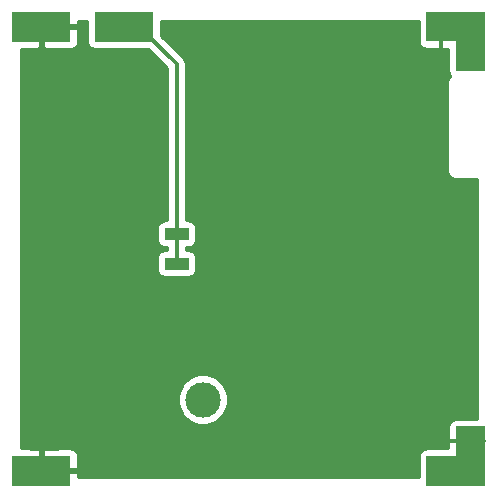
<source format=gbr>
G04 #@! TF.GenerationSoftware,KiCad,Pcbnew,(5.1.4)-1*
G04 #@! TF.CreationDate,2019-10-10T18:56:39+02:00*
G04 #@! TF.ProjectId,SideLeft,53696465-4c65-4667-942e-6b696361645f,rev?*
G04 #@! TF.SameCoordinates,Original*
G04 #@! TF.FileFunction,Copper,L1,Top*
G04 #@! TF.FilePolarity,Positive*
%FSLAX46Y46*%
G04 Gerber Fmt 4.6, Leading zero omitted, Abs format (unit mm)*
G04 Created by KiCad (PCBNEW (5.1.4)-1) date 2019-10-10 18:56:39*
%MOMM*%
%LPD*%
G04 APERTURE LIST*
%ADD10R,2.000000X1.000000*%
%ADD11C,3.000000*%
%ADD12R,5.000000X2.500000*%
%ADD13C,2.500000*%
%ADD14C,0.100000*%
%ADD15C,0.800000*%
%ADD16C,0.300000*%
%ADD17C,0.254000*%
G04 APERTURE END LIST*
D10*
X188890000Y-96260000D03*
X188890000Y-93740000D03*
D11*
X191120000Y-107770000D03*
D12*
X177450000Y-113800000D03*
X177450000Y-76200000D03*
D13*
X213800000Y-111300000D03*
D14*
G36*
X210050000Y-115050000D02*
G01*
X210050000Y-112550000D01*
X212550000Y-112550000D01*
X212550000Y-110050000D01*
X215050000Y-110050000D01*
X215050000Y-115050000D01*
X210050000Y-115050000D01*
X210050000Y-115050000D01*
G37*
D13*
X211300000Y-76200000D03*
D14*
G36*
X215050000Y-79950000D02*
G01*
X212550000Y-79950000D01*
X212550000Y-77450000D01*
X210050000Y-77450000D01*
X210050000Y-74950000D01*
X215050000Y-74950000D01*
X215050000Y-79950000D01*
X215050000Y-79950000D01*
G37*
D12*
X184450000Y-76200000D03*
D15*
X188890000Y-93740000D03*
X188890000Y-96260000D03*
X177450000Y-76200000D03*
X177450000Y-113800000D03*
X211300000Y-76200000D03*
X213800000Y-78700000D03*
X211300000Y-113800000D03*
X213800000Y-111300000D03*
D16*
X188900000Y-93740000D02*
X188900000Y-79390000D01*
X185700000Y-76200000D02*
X184450000Y-76200000D01*
X188900000Y-79390000D02*
X185710000Y-76200000D01*
X188890000Y-96260000D02*
X188890000Y-93740000D01*
X211300000Y-76200000D02*
X211300000Y-77550000D01*
X211300000Y-77550000D02*
X211300000Y-78630000D01*
X213800000Y-111300000D02*
X211300000Y-111300000D01*
D17*
G36*
X181311928Y-77450000D02*
G01*
X181324188Y-77574482D01*
X181360498Y-77694180D01*
X181419463Y-77804494D01*
X181498815Y-77901185D01*
X181595506Y-77980537D01*
X181705820Y-78039502D01*
X181825518Y-78075812D01*
X181950000Y-78088072D01*
X186487915Y-78088072D01*
X188115001Y-79715159D01*
X188115000Y-92601928D01*
X187890000Y-92601928D01*
X187765518Y-92614188D01*
X187645820Y-92650498D01*
X187535506Y-92709463D01*
X187438815Y-92788815D01*
X187359463Y-92885506D01*
X187300498Y-92995820D01*
X187264188Y-93115518D01*
X187251928Y-93240000D01*
X187251928Y-94240000D01*
X187264188Y-94364482D01*
X187300498Y-94484180D01*
X187359463Y-94594494D01*
X187438815Y-94691185D01*
X187535506Y-94770537D01*
X187645820Y-94829502D01*
X187765518Y-94865812D01*
X187890000Y-94878072D01*
X188105001Y-94878072D01*
X188105000Y-95121928D01*
X187890000Y-95121928D01*
X187765518Y-95134188D01*
X187645820Y-95170498D01*
X187535506Y-95229463D01*
X187438815Y-95308815D01*
X187359463Y-95405506D01*
X187300498Y-95515820D01*
X187264188Y-95635518D01*
X187251928Y-95760000D01*
X187251928Y-96760000D01*
X187264188Y-96884482D01*
X187300498Y-97004180D01*
X187359463Y-97114494D01*
X187438815Y-97211185D01*
X187535506Y-97290537D01*
X187645820Y-97349502D01*
X187765518Y-97385812D01*
X187890000Y-97398072D01*
X189890000Y-97398072D01*
X190014482Y-97385812D01*
X190134180Y-97349502D01*
X190244494Y-97290537D01*
X190341185Y-97211185D01*
X190420537Y-97114494D01*
X190479502Y-97004180D01*
X190515812Y-96884482D01*
X190528072Y-96760000D01*
X190528072Y-95760000D01*
X190515812Y-95635518D01*
X190479502Y-95515820D01*
X190420537Y-95405506D01*
X190341185Y-95308815D01*
X190244494Y-95229463D01*
X190134180Y-95170498D01*
X190014482Y-95134188D01*
X189890000Y-95121928D01*
X189675000Y-95121928D01*
X189675000Y-94878072D01*
X189890000Y-94878072D01*
X190014482Y-94865812D01*
X190134180Y-94829502D01*
X190244494Y-94770537D01*
X190341185Y-94691185D01*
X190420537Y-94594494D01*
X190479502Y-94484180D01*
X190515812Y-94364482D01*
X190528072Y-94240000D01*
X190528072Y-93240000D01*
X190515812Y-93115518D01*
X190479502Y-92995820D01*
X190420537Y-92885506D01*
X190341185Y-92788815D01*
X190244494Y-92709463D01*
X190134180Y-92650498D01*
X190014482Y-92614188D01*
X189890000Y-92601928D01*
X189685000Y-92601928D01*
X189685000Y-79428552D01*
X189688797Y-79389999D01*
X189685000Y-79351446D01*
X189685000Y-79351439D01*
X189673641Y-79236113D01*
X189628754Y-79088140D01*
X189555862Y-78951767D01*
X189457764Y-78832236D01*
X189427816Y-78807658D01*
X187588072Y-76967915D01*
X187588072Y-75685000D01*
X209411928Y-75685000D01*
X209411928Y-77450000D01*
X209424188Y-77574482D01*
X209460498Y-77694180D01*
X209519463Y-77804494D01*
X209598815Y-77901185D01*
X209695506Y-77980537D01*
X209805820Y-78039502D01*
X209925518Y-78075812D01*
X210050000Y-78088072D01*
X211911928Y-78088072D01*
X211911928Y-79950000D01*
X211924188Y-80074482D01*
X211960498Y-80194180D01*
X212019463Y-80304494D01*
X212070330Y-80366476D01*
X212013289Y-80413289D01*
X211927688Y-80517593D01*
X211864081Y-80636594D01*
X211824912Y-80765717D01*
X211811686Y-80900000D01*
X211815000Y-80933647D01*
X211815001Y-88366343D01*
X211811686Y-88400000D01*
X211824912Y-88534283D01*
X211864081Y-88663406D01*
X211927688Y-88782407D01*
X212013289Y-88886711D01*
X212117593Y-88972312D01*
X212236594Y-89035919D01*
X212365717Y-89075088D01*
X212466353Y-89085000D01*
X212500000Y-89088314D01*
X212533647Y-89085000D01*
X214315000Y-89085000D01*
X214315001Y-109411928D01*
X212550000Y-109411928D01*
X212425518Y-109424188D01*
X212305820Y-109460498D01*
X212195506Y-109519463D01*
X212098815Y-109598815D01*
X212019463Y-109695506D01*
X211960498Y-109805820D01*
X211924188Y-109925518D01*
X211911928Y-110050000D01*
X211911928Y-111911928D01*
X210050000Y-111911928D01*
X209925518Y-111924188D01*
X209805820Y-111960498D01*
X209695506Y-112019463D01*
X209598815Y-112098815D01*
X209519463Y-112195506D01*
X209460498Y-112305820D01*
X209424188Y-112425518D01*
X209411928Y-112550000D01*
X209411928Y-114315000D01*
X180585730Y-114315000D01*
X180585000Y-114085750D01*
X180426250Y-113927000D01*
X177577000Y-113927000D01*
X177577000Y-113947000D01*
X177323000Y-113947000D01*
X177323000Y-113927000D01*
X177303000Y-113927000D01*
X177303000Y-113673000D01*
X177323000Y-113673000D01*
X177323000Y-112073750D01*
X177577000Y-112073750D01*
X177577000Y-113673000D01*
X180426250Y-113673000D01*
X180585000Y-113514250D01*
X180588072Y-112550000D01*
X180575812Y-112425518D01*
X180539502Y-112305820D01*
X180480537Y-112195506D01*
X180401185Y-112098815D01*
X180304494Y-112019463D01*
X180194180Y-111960498D01*
X180074482Y-111924188D01*
X179950000Y-111911928D01*
X177735750Y-111915000D01*
X177577000Y-112073750D01*
X177323000Y-112073750D01*
X177164250Y-111915000D01*
X175685000Y-111912948D01*
X175685000Y-107559721D01*
X188985000Y-107559721D01*
X188985000Y-107980279D01*
X189067047Y-108392756D01*
X189227988Y-108781302D01*
X189461637Y-109130983D01*
X189759017Y-109428363D01*
X190108698Y-109662012D01*
X190497244Y-109822953D01*
X190909721Y-109905000D01*
X191330279Y-109905000D01*
X191742756Y-109822953D01*
X192131302Y-109662012D01*
X192480983Y-109428363D01*
X192778363Y-109130983D01*
X193012012Y-108781302D01*
X193172953Y-108392756D01*
X193255000Y-107980279D01*
X193255000Y-107559721D01*
X193172953Y-107147244D01*
X193012012Y-106758698D01*
X192778363Y-106409017D01*
X192480983Y-106111637D01*
X192131302Y-105877988D01*
X191742756Y-105717047D01*
X191330279Y-105635000D01*
X190909721Y-105635000D01*
X190497244Y-105717047D01*
X190108698Y-105877988D01*
X189759017Y-106111637D01*
X189461637Y-106409017D01*
X189227988Y-106758698D01*
X189067047Y-107147244D01*
X188985000Y-107559721D01*
X175685000Y-107559721D01*
X175685000Y-78087052D01*
X177164250Y-78085000D01*
X177323000Y-77926250D01*
X177323000Y-76327000D01*
X177577000Y-76327000D01*
X177577000Y-77926250D01*
X177735750Y-78085000D01*
X179950000Y-78088072D01*
X180074482Y-78075812D01*
X180194180Y-78039502D01*
X180304494Y-77980537D01*
X180401185Y-77901185D01*
X180480537Y-77804494D01*
X180539502Y-77694180D01*
X180575812Y-77574482D01*
X180588072Y-77450000D01*
X180585000Y-76485750D01*
X180426250Y-76327000D01*
X177577000Y-76327000D01*
X177323000Y-76327000D01*
X177303000Y-76327000D01*
X177303000Y-76073000D01*
X177323000Y-76073000D01*
X177323000Y-76053000D01*
X177577000Y-76053000D01*
X177577000Y-76073000D01*
X180426250Y-76073000D01*
X180585000Y-75914250D01*
X180585730Y-75685000D01*
X181311928Y-75685000D01*
X181311928Y-77450000D01*
X181311928Y-77450000D01*
G37*
X181311928Y-77450000D02*
X181324188Y-77574482D01*
X181360498Y-77694180D01*
X181419463Y-77804494D01*
X181498815Y-77901185D01*
X181595506Y-77980537D01*
X181705820Y-78039502D01*
X181825518Y-78075812D01*
X181950000Y-78088072D01*
X186487915Y-78088072D01*
X188115001Y-79715159D01*
X188115000Y-92601928D01*
X187890000Y-92601928D01*
X187765518Y-92614188D01*
X187645820Y-92650498D01*
X187535506Y-92709463D01*
X187438815Y-92788815D01*
X187359463Y-92885506D01*
X187300498Y-92995820D01*
X187264188Y-93115518D01*
X187251928Y-93240000D01*
X187251928Y-94240000D01*
X187264188Y-94364482D01*
X187300498Y-94484180D01*
X187359463Y-94594494D01*
X187438815Y-94691185D01*
X187535506Y-94770537D01*
X187645820Y-94829502D01*
X187765518Y-94865812D01*
X187890000Y-94878072D01*
X188105001Y-94878072D01*
X188105000Y-95121928D01*
X187890000Y-95121928D01*
X187765518Y-95134188D01*
X187645820Y-95170498D01*
X187535506Y-95229463D01*
X187438815Y-95308815D01*
X187359463Y-95405506D01*
X187300498Y-95515820D01*
X187264188Y-95635518D01*
X187251928Y-95760000D01*
X187251928Y-96760000D01*
X187264188Y-96884482D01*
X187300498Y-97004180D01*
X187359463Y-97114494D01*
X187438815Y-97211185D01*
X187535506Y-97290537D01*
X187645820Y-97349502D01*
X187765518Y-97385812D01*
X187890000Y-97398072D01*
X189890000Y-97398072D01*
X190014482Y-97385812D01*
X190134180Y-97349502D01*
X190244494Y-97290537D01*
X190341185Y-97211185D01*
X190420537Y-97114494D01*
X190479502Y-97004180D01*
X190515812Y-96884482D01*
X190528072Y-96760000D01*
X190528072Y-95760000D01*
X190515812Y-95635518D01*
X190479502Y-95515820D01*
X190420537Y-95405506D01*
X190341185Y-95308815D01*
X190244494Y-95229463D01*
X190134180Y-95170498D01*
X190014482Y-95134188D01*
X189890000Y-95121928D01*
X189675000Y-95121928D01*
X189675000Y-94878072D01*
X189890000Y-94878072D01*
X190014482Y-94865812D01*
X190134180Y-94829502D01*
X190244494Y-94770537D01*
X190341185Y-94691185D01*
X190420537Y-94594494D01*
X190479502Y-94484180D01*
X190515812Y-94364482D01*
X190528072Y-94240000D01*
X190528072Y-93240000D01*
X190515812Y-93115518D01*
X190479502Y-92995820D01*
X190420537Y-92885506D01*
X190341185Y-92788815D01*
X190244494Y-92709463D01*
X190134180Y-92650498D01*
X190014482Y-92614188D01*
X189890000Y-92601928D01*
X189685000Y-92601928D01*
X189685000Y-79428552D01*
X189688797Y-79389999D01*
X189685000Y-79351446D01*
X189685000Y-79351439D01*
X189673641Y-79236113D01*
X189628754Y-79088140D01*
X189555862Y-78951767D01*
X189457764Y-78832236D01*
X189427816Y-78807658D01*
X187588072Y-76967915D01*
X187588072Y-75685000D01*
X209411928Y-75685000D01*
X209411928Y-77450000D01*
X209424188Y-77574482D01*
X209460498Y-77694180D01*
X209519463Y-77804494D01*
X209598815Y-77901185D01*
X209695506Y-77980537D01*
X209805820Y-78039502D01*
X209925518Y-78075812D01*
X210050000Y-78088072D01*
X211911928Y-78088072D01*
X211911928Y-79950000D01*
X211924188Y-80074482D01*
X211960498Y-80194180D01*
X212019463Y-80304494D01*
X212070330Y-80366476D01*
X212013289Y-80413289D01*
X211927688Y-80517593D01*
X211864081Y-80636594D01*
X211824912Y-80765717D01*
X211811686Y-80900000D01*
X211815000Y-80933647D01*
X211815001Y-88366343D01*
X211811686Y-88400000D01*
X211824912Y-88534283D01*
X211864081Y-88663406D01*
X211927688Y-88782407D01*
X212013289Y-88886711D01*
X212117593Y-88972312D01*
X212236594Y-89035919D01*
X212365717Y-89075088D01*
X212466353Y-89085000D01*
X212500000Y-89088314D01*
X212533647Y-89085000D01*
X214315000Y-89085000D01*
X214315001Y-109411928D01*
X212550000Y-109411928D01*
X212425518Y-109424188D01*
X212305820Y-109460498D01*
X212195506Y-109519463D01*
X212098815Y-109598815D01*
X212019463Y-109695506D01*
X211960498Y-109805820D01*
X211924188Y-109925518D01*
X211911928Y-110050000D01*
X211911928Y-111911928D01*
X210050000Y-111911928D01*
X209925518Y-111924188D01*
X209805820Y-111960498D01*
X209695506Y-112019463D01*
X209598815Y-112098815D01*
X209519463Y-112195506D01*
X209460498Y-112305820D01*
X209424188Y-112425518D01*
X209411928Y-112550000D01*
X209411928Y-114315000D01*
X180585730Y-114315000D01*
X180585000Y-114085750D01*
X180426250Y-113927000D01*
X177577000Y-113927000D01*
X177577000Y-113947000D01*
X177323000Y-113947000D01*
X177323000Y-113927000D01*
X177303000Y-113927000D01*
X177303000Y-113673000D01*
X177323000Y-113673000D01*
X177323000Y-112073750D01*
X177577000Y-112073750D01*
X177577000Y-113673000D01*
X180426250Y-113673000D01*
X180585000Y-113514250D01*
X180588072Y-112550000D01*
X180575812Y-112425518D01*
X180539502Y-112305820D01*
X180480537Y-112195506D01*
X180401185Y-112098815D01*
X180304494Y-112019463D01*
X180194180Y-111960498D01*
X180074482Y-111924188D01*
X179950000Y-111911928D01*
X177735750Y-111915000D01*
X177577000Y-112073750D01*
X177323000Y-112073750D01*
X177164250Y-111915000D01*
X175685000Y-111912948D01*
X175685000Y-107559721D01*
X188985000Y-107559721D01*
X188985000Y-107980279D01*
X189067047Y-108392756D01*
X189227988Y-108781302D01*
X189461637Y-109130983D01*
X189759017Y-109428363D01*
X190108698Y-109662012D01*
X190497244Y-109822953D01*
X190909721Y-109905000D01*
X191330279Y-109905000D01*
X191742756Y-109822953D01*
X192131302Y-109662012D01*
X192480983Y-109428363D01*
X192778363Y-109130983D01*
X193012012Y-108781302D01*
X193172953Y-108392756D01*
X193255000Y-107980279D01*
X193255000Y-107559721D01*
X193172953Y-107147244D01*
X193012012Y-106758698D01*
X192778363Y-106409017D01*
X192480983Y-106111637D01*
X192131302Y-105877988D01*
X191742756Y-105717047D01*
X191330279Y-105635000D01*
X190909721Y-105635000D01*
X190497244Y-105717047D01*
X190108698Y-105877988D01*
X189759017Y-106111637D01*
X189461637Y-106409017D01*
X189227988Y-106758698D01*
X189067047Y-107147244D01*
X188985000Y-107559721D01*
X175685000Y-107559721D01*
X175685000Y-78087052D01*
X177164250Y-78085000D01*
X177323000Y-77926250D01*
X177323000Y-76327000D01*
X177577000Y-76327000D01*
X177577000Y-77926250D01*
X177735750Y-78085000D01*
X179950000Y-78088072D01*
X180074482Y-78075812D01*
X180194180Y-78039502D01*
X180304494Y-77980537D01*
X180401185Y-77901185D01*
X180480537Y-77804494D01*
X180539502Y-77694180D01*
X180575812Y-77574482D01*
X180588072Y-77450000D01*
X180585000Y-76485750D01*
X180426250Y-76327000D01*
X177577000Y-76327000D01*
X177323000Y-76327000D01*
X177303000Y-76327000D01*
X177303000Y-76073000D01*
X177323000Y-76073000D01*
X177323000Y-76053000D01*
X177577000Y-76053000D01*
X177577000Y-76073000D01*
X180426250Y-76073000D01*
X180585000Y-75914250D01*
X180585730Y-75685000D01*
X181311928Y-75685000D01*
X181311928Y-77450000D01*
M02*

</source>
